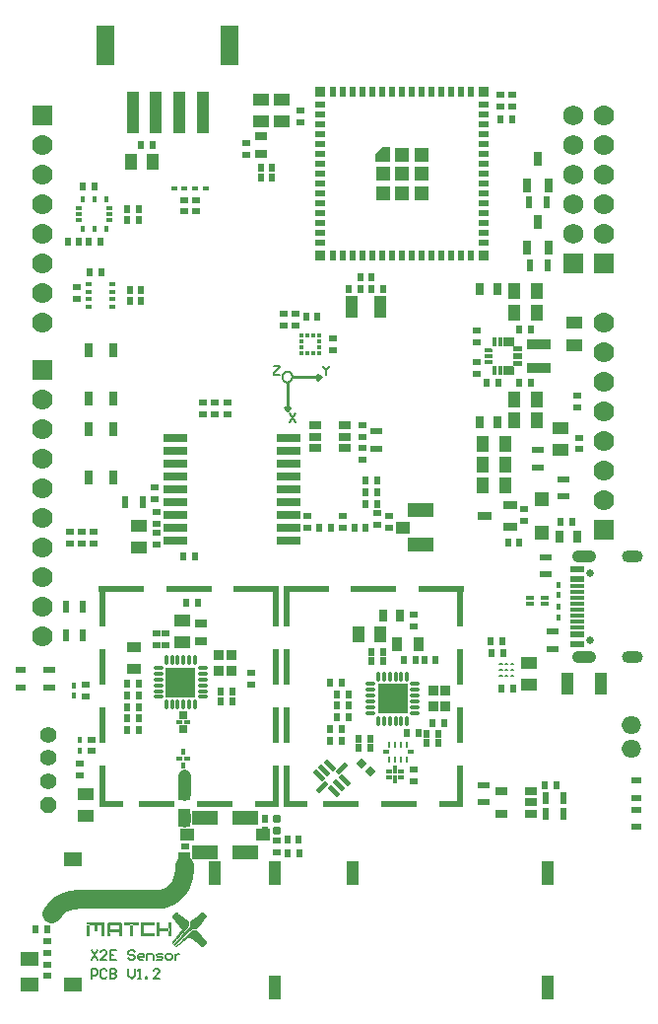
<source format=gts>
G04*
G04 #@! TF.GenerationSoftware,Altium Limited,Altium Designer,21.9.2 (33)*
G04*
G04 Layer_Color=8388736*
%FSLAX44Y44*%
%MOMM*%
G71*
G04*
G04 #@! TF.SameCoordinates,F34E0D86-D0E1-4829-B029-CFD15EEBA813*
G04*
G04*
G04 #@! TF.FilePolarity,Negative*
G04*
G01*
G75*
%ADD10C,0.2000*%
%ADD18C,0.2560*%
%ADD19C,0.2032*%
%ADD28R,1.1500X0.3000*%
%ADD29R,1.1500X0.6000*%
%ADD63R,0.2500X0.5000*%
%ADD64R,0.6000X0.3000*%
%ADD79C,0.1725*%
%ADD80C,1.6000*%
%ADD81C,0.1270*%
%ADD82C,1.1000*%
%ADD83R,1.1000X0.6250*%
%ADD84R,0.7016X0.6016*%
%ADD85R,0.6016X1.0016*%
%ADD86R,0.3516X0.6016*%
%ADD87R,0.6016X0.3516*%
%ADD88R,1.1016X1.9016*%
%ADD89R,1.1016X2.0516*%
%ADD90R,1.6016X1.3016*%
%ADD91R,0.7516X1.1516*%
%ADD92R,1.1016X0.7016*%
%ADD93R,1.2516X0.7016*%
%ADD94R,0.5016X0.4016*%
%ADD95R,1.3016X1.3016*%
%ADD96R,1.3016X1.3016*%
%ADD97R,2.1016X0.8016*%
%ADD98R,2.1000X0.6000*%
%ADD99R,3.1000X0.6000*%
%ADD100R,3.9000X0.6000*%
%ADD101R,0.6000X3.1000*%
%ADD102R,1.4016X1.0016*%
%ADD103R,1.0016X0.6016*%
%ADD104R,0.6016X0.7016*%
%ADD105O,0.9016X0.3516*%
%ADD106O,0.3516X0.9016*%
%ADD107R,2.5000X2.5000*%
%ADD108R,0.5016X0.3016*%
%ADD109R,0.3016X0.7016*%
%ADD110R,0.8500X0.9500*%
G04:AMPARAMS|DCode=111|XSize=0.45mm|YSize=1.1mm|CornerRadius=0mm|HoleSize=0mm|Usage=FLASHONLY|Rotation=225.000|XOffset=0mm|YOffset=0mm|HoleType=Round|Shape=Rectangle|*
%AMROTATEDRECTD111*
4,1,4,-0.2298,0.5480,0.5480,-0.2298,0.2298,-0.5480,-0.5480,0.2298,-0.2298,0.5480,0.0*
%
%ADD111ROTATEDRECTD111*%

G04:AMPARAMS|DCode=112|XSize=0.45mm|YSize=1.1mm|CornerRadius=0mm|HoleSize=0mm|Usage=FLASHONLY|Rotation=315.000|XOffset=0mm|YOffset=0mm|HoleType=Round|Shape=Rectangle|*
%AMROTATEDRECTD112*
4,1,4,-0.5480,-0.2298,0.2298,0.5480,0.5480,0.2298,-0.2298,-0.5480,-0.5480,-0.2298,0.0*
%
%ADD112ROTATEDRECTD112*%

%ADD113R,0.6016X0.4516*%
%ADD114R,0.3766X0.3516*%
%ADD115R,0.3516X0.3766*%
%ADD116R,0.9016X0.6016*%
%ADD117R,2.1016X0.9016*%
%ADD118R,0.9016X1.3016*%
%ADD119R,0.7016X1.0016*%
%ADD120R,0.4000X0.5500*%
%ADD121R,0.5500X0.4000*%
%ADD122R,0.6500X0.6500*%
%ADD123R,0.6000X0.4000*%
%ADD124R,1.1016X3.6016*%
%ADD125R,1.6016X3.5016*%
%ADD126R,0.6016X0.6016*%
%ADD127R,0.9016X0.9016*%
%ADD128R,0.9016X0.5016*%
%ADD129R,0.5016X0.9016*%
%ADD130R,0.8016X0.4016*%
%ADD131R,2.3016X1.1516*%
%ADD132R,1.1516X1.1016*%
%ADD133R,1.0016X1.4016*%
%ADD134R,0.4016X0.5016*%
%ADD135R,1.0016X0.7016*%
%ADD136R,0.7016X1.2516*%
%ADD137R,1.3016X0.9016*%
G04:AMPARAMS|DCode=138|XSize=0.6016mm|YSize=0.7016mm|CornerRadius=0mm|HoleSize=0mm|Usage=FLASHONLY|Rotation=135.000|XOffset=0mm|YOffset=0mm|HoleType=Round|Shape=Rectangle|*
%AMROTATEDRECTD138*
4,1,4,0.4608,0.0354,-0.0354,-0.4608,-0.4608,-0.0354,0.0354,0.4608,0.4608,0.0354,0.0*
%
%ADD138ROTATEDRECTD138*%

%ADD139C,1.7516*%
%ADD140R,1.7516X1.7516*%
G04:AMPARAMS|DCode=141|XSize=2.1mm|YSize=1mm|CornerRadius=0.5mm|HoleSize=0mm|Usage=FLASHONLY|Rotation=180.000|XOffset=0mm|YOffset=0mm|HoleType=Round|Shape=RoundedRectangle|*
%AMROUNDEDRECTD141*
21,1,2.1000,0.0000,0,0,180.0*
21,1,1.1000,1.0000,0,0,180.0*
1,1,1.0000,-0.5500,0.0000*
1,1,1.0000,0.5500,0.0000*
1,1,1.0000,0.5500,0.0000*
1,1,1.0000,-0.5500,0.0000*
%
%ADD141ROUNDEDRECTD141*%
G04:AMPARAMS|DCode=142|XSize=1.8mm|YSize=1mm|CornerRadius=0.5mm|HoleSize=0mm|Usage=FLASHONLY|Rotation=180.000|XOffset=0mm|YOffset=0mm|HoleType=Round|Shape=RoundedRectangle|*
%AMROUNDEDRECTD142*
21,1,1.8000,0.0000,0,0,180.0*
21,1,0.8000,1.0000,0,0,180.0*
1,1,1.0000,-0.4000,0.0000*
1,1,1.0000,0.4000,0.0000*
1,1,1.0000,0.4000,0.0000*
1,1,1.0000,-0.4000,0.0000*
%
%ADD142ROUNDEDRECTD142*%
%ADD143C,0.6500*%
%ADD144P,1.5171X8X292.5*%
%ADD145C,1.4016*%
%ADD146O,1.7016X1.5016*%
%ADD147C,1.7780*%
%ADD148R,1.7780X1.7780*%
G36*
X57100Y333501D02*
X57195Y333472D01*
X57284Y333424D01*
X57361Y333361D01*
X57424Y333284D01*
X57472Y333195D01*
X57501Y333100D01*
X57510Y333000D01*
Y321000D01*
X57501Y320900D01*
X57472Y320805D01*
X57424Y320716D01*
X57361Y320639D01*
X57284Y320576D01*
X57195Y320528D01*
X57100Y320499D01*
X57000Y320490D01*
X45000D01*
X44900Y320499D01*
X44805Y320528D01*
X44716Y320576D01*
X44639Y320639D01*
X44576Y320716D01*
X44528Y320805D01*
X44499Y320900D01*
X44489Y321000D01*
X44489Y327000D01*
X44499Y327099D01*
X44528Y327195D01*
X44576Y327283D01*
X44639Y327361D01*
X50639Y333361D01*
X50639Y333361D01*
X50682Y333396D01*
X50716Y333424D01*
X50805Y333472D01*
X50900Y333501D01*
X51000Y333511D01*
X57000D01*
X57100Y333501D01*
D02*
G37*
G36*
X164000Y163330D02*
X162990Y162750D01*
X155000D01*
Y170000D01*
X164000D01*
Y163330D01*
D02*
G37*
G36*
X154000Y162750D02*
X150000D01*
Y170000D01*
X154000D01*
Y162750D01*
D02*
G37*
G36*
X149000D02*
X145000D01*
Y170000D01*
X149000D01*
Y162750D01*
D02*
G37*
G36*
X170500Y158250D02*
X163250D01*
Y162170D01*
X164260Y162750D01*
X170500D01*
Y158250D01*
D02*
G37*
G36*
X145750Y159650D02*
Y157000D01*
X138500D01*
Y161000D01*
X144400D01*
X145750Y159650D01*
D02*
G37*
G36*
Y152000D02*
X138500D01*
Y156000D01*
X145750D01*
Y152000D01*
D02*
G37*
G36*
X170500Y151750D02*
X163250D01*
Y156250D01*
X170500D01*
Y151750D01*
D02*
G37*
G36*
X145750Y147000D02*
X138500D01*
Y151000D01*
X145750D01*
Y147000D01*
D02*
G37*
G36*
X170500Y145250D02*
X164260D01*
X163250Y145830D01*
Y149750D01*
X170500D01*
Y145250D01*
D02*
G37*
G36*
X164000Y144670D02*
Y138000D01*
X155000D01*
Y145250D01*
X162990D01*
X164000Y144670D01*
D02*
G37*
G36*
X154000Y138000D02*
X150000D01*
Y145250D01*
X154000D01*
Y138000D01*
D02*
G37*
G36*
X149000D02*
X145000D01*
Y145250D01*
X149000D01*
Y138000D01*
D02*
G37*
G36*
X-145288Y-332099D02*
X-145149Y-332238D01*
X-145094Y-332322D01*
X-145038Y-332405D01*
Y-332460D01*
Y-332488D01*
Y-332571D01*
X-145010Y-332682D01*
Y-332988D01*
Y-333127D01*
Y-333238D01*
Y-333321D01*
Y-333349D01*
Y-334293D01*
X-145344Y-334598D01*
X-153811D01*
X-154228Y-334210D01*
Y-333182D01*
Y-332877D01*
Y-332627D01*
Y-332488D01*
Y-332433D01*
X-154200Y-332238D01*
Y-332155D01*
Y-332099D01*
X-152340D01*
X-151812Y-332072D01*
X-149730D01*
X-145288Y-332099D01*
D02*
G37*
G36*
X-159891D02*
X-159169D01*
X-158891Y-332127D01*
X-158697Y-332155D01*
X-158531Y-332183D01*
X-158420Y-332238D01*
X-158336Y-332266D01*
X-158308Y-332322D01*
X-158281Y-332349D01*
Y-332405D01*
X-158253Y-332516D01*
Y-332627D01*
Y-332655D01*
Y-332682D01*
X-158225Y-332932D01*
Y-333154D01*
Y-333321D01*
Y-333349D01*
Y-333377D01*
Y-333599D01*
Y-333793D01*
X-158253Y-333932D01*
Y-334043D01*
Y-334126D01*
X-158281Y-334182D01*
Y-334210D01*
X-158336Y-334376D01*
X-158364Y-334404D01*
X-158392Y-334432D01*
X-158558Y-334598D01*
X-163250D01*
X-163722Y-334071D01*
X-165832D01*
X-166332Y-334598D01*
X-169802D01*
X-170052Y-334570D01*
X-170663D01*
X-170802Y-334543D01*
X-170968D01*
X-171051Y-334515D01*
X-171162Y-334404D01*
X-171246Y-334293D01*
X-171301Y-334210D01*
Y-334182D01*
Y-334071D01*
X-171329Y-333932D01*
Y-333654D01*
Y-333515D01*
Y-333404D01*
Y-333321D01*
Y-333293D01*
Y-332405D01*
X-171162Y-332238D01*
X-170940Y-332072D01*
X-160169D01*
X-159891Y-332099D01*
D02*
G37*
G36*
X-130852D02*
X-130768D01*
X-130657Y-332127D01*
X-130574Y-332155D01*
X-130519Y-332211D01*
X-130491Y-332238D01*
X-130269Y-332377D01*
Y-343815D01*
X-130463Y-343982D01*
X-130546Y-344037D01*
X-130630Y-344093D01*
X-130685Y-344121D01*
X-132490D01*
X-132823Y-343760D01*
Y-339706D01*
X-132323Y-339207D01*
Y-337041D01*
X-132823Y-336541D01*
Y-334459D01*
X-132795Y-332349D01*
X-132628Y-332211D01*
X-132517Y-332155D01*
X-132434Y-332099D01*
X-132268D01*
X-132156Y-332072D01*
X-130907D01*
X-130852Y-332099D01*
D02*
G37*
G36*
X-140846Y-332405D02*
Y-336847D01*
X-133267D01*
X-132823Y-337208D01*
Y-338957D01*
X-133239Y-339346D01*
X-140846D01*
Y-341511D01*
Y-341816D01*
Y-342094D01*
Y-342344D01*
Y-342566D01*
Y-342927D01*
Y-343204D01*
X-140874Y-343399D01*
Y-343538D01*
Y-343593D01*
Y-343621D01*
X-140902Y-343760D01*
X-140929Y-343871D01*
X-140985Y-344010D01*
X-141068Y-344065D01*
X-141096Y-344093D01*
X-141318D01*
X-141429Y-344121D01*
X-142956D01*
X-143039Y-344093D01*
X-143123Y-344037D01*
X-143178Y-344010D01*
X-143206Y-343982D01*
X-143372Y-343815D01*
Y-332405D01*
X-143178Y-332238D01*
X-143012Y-332072D01*
X-141207D01*
X-140846Y-332405D01*
D02*
G37*
G36*
X-154755Y-334432D02*
X-154172Y-335015D01*
Y-341566D01*
X-145288Y-341622D01*
X-145149Y-341761D01*
X-145094Y-341844D01*
X-145038Y-341927D01*
Y-342011D01*
Y-342038D01*
Y-342122D01*
X-145010Y-342233D01*
Y-342510D01*
Y-342621D01*
Y-342733D01*
Y-342816D01*
Y-342844D01*
Y-343066D01*
Y-343260D01*
Y-343427D01*
Y-343538D01*
X-145038Y-343621D01*
Y-343676D01*
Y-343704D01*
X-145066Y-343787D01*
X-145094Y-343871D01*
X-145121Y-343926D01*
X-145149Y-343954D01*
X-145288Y-344121D01*
X-154033D01*
X-154339Y-344093D01*
X-155171D01*
X-155393Y-344065D01*
X-155588Y-344010D01*
X-155754Y-343926D01*
X-155921Y-343871D01*
X-156032Y-343787D01*
X-156115Y-343732D01*
X-156143Y-343704D01*
X-156171Y-343676D01*
X-156310Y-343538D01*
X-156365Y-343482D01*
X-156393Y-343454D01*
X-156504Y-343288D01*
X-156532Y-343232D01*
Y-343204D01*
X-156587Y-343093D01*
X-156615Y-342955D01*
X-156671Y-342649D01*
Y-342483D01*
X-156698Y-342372D01*
Y-342288D01*
Y-342261D01*
Y-342094D01*
Y-341844D01*
Y-341566D01*
Y-341233D01*
Y-340872D01*
Y-340512D01*
Y-339706D01*
Y-339318D01*
Y-338957D01*
Y-338624D01*
Y-338318D01*
Y-338068D01*
Y-337874D01*
Y-337763D01*
Y-337707D01*
Y-336958D01*
Y-336319D01*
Y-335736D01*
Y-335209D01*
Y-334765D01*
Y-334376D01*
Y-334043D01*
Y-333765D01*
Y-333543D01*
Y-333349D01*
X-156671Y-333210D01*
Y-333099D01*
Y-333016D01*
Y-332960D01*
Y-332932D01*
X-156643Y-332710D01*
X-156615Y-332516D01*
X-156559Y-332405D01*
X-156504Y-332294D01*
X-156476Y-332211D01*
X-156421Y-332183D01*
X-156393Y-332155D01*
X-156310Y-332127D01*
X-156199Y-332099D01*
X-156088D01*
X-155893Y-332072D01*
X-154755D01*
Y-334432D01*
D02*
G37*
G36*
X-163500Y-335015D02*
Y-343815D01*
X-163667Y-343982D01*
X-163750Y-344037D01*
X-163833Y-344093D01*
X-163889Y-344121D01*
X-165721D01*
X-166054Y-343760D01*
Y-335070D01*
X-165860Y-334876D01*
X-165638Y-334681D01*
X-163861D01*
X-163500Y-335015D01*
D02*
G37*
G36*
X-175882Y-332099D02*
X-174799D01*
X-174633Y-332127D01*
X-174355D01*
X-174105Y-332155D01*
X-173883Y-332183D01*
X-173717Y-332238D01*
X-173550Y-332294D01*
X-173439Y-332349D01*
X-173356Y-332405D01*
X-173328Y-332433D01*
X-173300Y-332460D01*
X-173134Y-332655D01*
X-173078Y-332710D01*
X-173050Y-332738D01*
X-172967Y-332821D01*
X-172939Y-332905D01*
X-172911Y-332932D01*
Y-332960D01*
X-172773Y-333238D01*
X-172745Y-338540D01*
Y-343815D01*
X-172884Y-343982D01*
X-172967Y-344037D01*
X-173050Y-344093D01*
X-173134Y-344121D01*
X-174327D01*
X-174577Y-344093D01*
X-174771Y-344065D01*
X-174910Y-344037D01*
X-175021Y-344010D01*
X-175077Y-343982D01*
X-175105Y-343954D01*
X-175132Y-343899D01*
Y-343843D01*
X-175160Y-343621D01*
X-175188Y-343343D01*
X-175216Y-343038D01*
Y-342760D01*
X-175243Y-342510D01*
Y-342316D01*
Y-342288D01*
Y-342261D01*
X-175271Y-340650D01*
X-182822D01*
X-183267Y-340234D01*
Y-338513D01*
X-182850Y-338096D01*
X-175243D01*
Y-334598D01*
X-183267D01*
Y-337735D01*
X-183766Y-338235D01*
Y-340400D01*
X-183267Y-340900D01*
Y-343760D01*
X-183600Y-344121D01*
X-185377D01*
X-185488Y-344093D01*
X-185571Y-344037D01*
X-185627Y-344010D01*
X-185654Y-343982D01*
X-185821Y-343815D01*
X-185793Y-338513D01*
X-185765Y-333182D01*
X-185599Y-332849D01*
X-185488Y-332682D01*
X-185349Y-332571D01*
X-185238Y-332488D01*
X-185210Y-332460D01*
X-185016Y-332322D01*
X-184849Y-332238D01*
X-184738Y-332183D01*
X-184683Y-332155D01*
X-184599Y-332127D01*
X-184433D01*
X-184238Y-332099D01*
X-182712D01*
X-182378Y-332072D01*
X-176271D01*
X-175882Y-332099D01*
D02*
G37*
G36*
X-191568D02*
X-190180D01*
X-189985Y-332127D01*
X-189624D01*
X-189319Y-332155D01*
X-189069Y-332183D01*
X-188875Y-332238D01*
X-188708Y-332294D01*
X-188569Y-332349D01*
X-188486Y-332405D01*
X-188431Y-332433D01*
X-188403Y-332460D01*
X-188264Y-332655D01*
X-188236Y-332710D01*
X-188208Y-332738D01*
X-188125Y-332821D01*
X-188070Y-332905D01*
X-188014Y-332932D01*
Y-332960D01*
X-187875Y-333238D01*
X-187847Y-338429D01*
Y-339207D01*
Y-339901D01*
Y-340539D01*
Y-341067D01*
X-187875Y-341317D01*
Y-341511D01*
Y-341705D01*
Y-341844D01*
Y-341955D01*
Y-342038D01*
Y-342094D01*
Y-342122D01*
Y-342399D01*
Y-342649D01*
Y-342844D01*
Y-343038D01*
Y-343316D01*
Y-343510D01*
Y-343649D01*
Y-343732D01*
Y-343760D01*
X-187931Y-343843D01*
X-187959Y-343871D01*
Y-343899D01*
X-187986Y-343982D01*
X-188014Y-344010D01*
X-188097Y-344065D01*
X-188181Y-344093D01*
X-188264Y-344121D01*
X-189957D01*
X-190068Y-344093D01*
X-190152Y-344037D01*
X-190180Y-344010D01*
X-190207Y-343982D01*
X-190402Y-343815D01*
Y-334598D01*
X-194261D01*
Y-338985D01*
X-194566Y-339346D01*
X-196371D01*
X-196481Y-339318D01*
X-196565Y-339262D01*
X-196593Y-339234D01*
X-196620Y-339207D01*
X-196815Y-339068D01*
Y-334598D01*
X-200340D01*
X-200896Y-334015D01*
X-203200D01*
Y-333210D01*
Y-332988D01*
Y-332821D01*
Y-332682D01*
X-203172Y-332599D01*
Y-332516D01*
Y-332460D01*
Y-332433D01*
X-203117Y-332294D01*
X-203033Y-332211D01*
X-202950Y-332183D01*
X-202922Y-332155D01*
Y-332127D01*
X-202839D01*
X-202645Y-332099D01*
X-200174D01*
X-199757Y-332072D01*
X-192095D01*
X-191568Y-332099D01*
D02*
G37*
G36*
X-200674Y-335015D02*
X-200701Y-339401D01*
Y-343815D01*
X-200868Y-343954D01*
X-200951Y-344037D01*
X-201035Y-344093D01*
X-201090Y-344121D01*
X-202756D01*
X-202867Y-344093D01*
X-202950Y-344065D01*
X-203006Y-344010D01*
X-203033D01*
X-203200Y-343871D01*
Y-339207D01*
Y-334543D01*
X-201146D01*
X-200674Y-335015D01*
D02*
G37*
G36*
X-126215Y-323132D02*
X-126188D01*
X-126104Y-323160D01*
X-126049D01*
X-125993Y-323188D01*
X-125966Y-323216D01*
X-125910Y-323243D01*
X-125716Y-323410D01*
X-125466Y-323604D01*
X-125161Y-323826D01*
X-124883Y-324076D01*
X-124633Y-324271D01*
X-124439Y-324409D01*
X-124411Y-324437D01*
X-124383Y-324465D01*
X-123772Y-324937D01*
X-123162Y-325437D01*
X-122523Y-325936D01*
X-121940Y-326381D01*
X-121440Y-326769D01*
X-121246Y-326936D01*
X-121052Y-327102D01*
X-120885Y-327213D01*
X-120774Y-327297D01*
X-120718Y-327352D01*
X-120691Y-327380D01*
X-115555Y-331516D01*
Y-333377D01*
Y-333737D01*
Y-334043D01*
Y-334293D01*
Y-334515D01*
X-115583Y-334681D01*
Y-334792D01*
Y-334848D01*
Y-334876D01*
Y-335042D01*
Y-335153D01*
X-115610Y-335237D01*
Y-335320D01*
X-115638Y-335376D01*
Y-335403D01*
X-115666Y-335431D01*
X-115721Y-335514D01*
X-115832Y-335625D01*
X-115971Y-335764D01*
X-116304Y-336125D01*
X-116693Y-336541D01*
X-117082Y-336958D01*
X-117387Y-337319D01*
X-117526Y-337458D01*
X-117637Y-337569D01*
X-117692Y-337624D01*
X-117720Y-337652D01*
X-118497Y-338485D01*
X-119275Y-339345D01*
X-120024Y-340151D01*
X-120718Y-340928D01*
X-121052Y-341261D01*
X-121329Y-341566D01*
X-121579Y-341844D01*
X-121801Y-342094D01*
X-121968Y-342261D01*
X-122107Y-342427D01*
X-122190Y-342510D01*
X-122218Y-342538D01*
X-123134Y-343510D01*
X-123994Y-344454D01*
X-124772Y-345287D01*
X-125133Y-345675D01*
X-125466Y-346036D01*
X-125771Y-346369D01*
X-126049Y-346647D01*
X-126271Y-346925D01*
X-126465Y-347119D01*
X-126632Y-347313D01*
X-126743Y-347424D01*
X-126826Y-347508D01*
X-126854Y-347535D01*
X-127243Y-347952D01*
X-127576Y-348313D01*
X-127853Y-348618D01*
X-128131Y-348896D01*
X-128353Y-349146D01*
X-128547Y-349368D01*
X-128714Y-349534D01*
X-128853Y-349673D01*
X-129047Y-349895D01*
X-129158Y-350006D01*
X-129214Y-350062D01*
X-129242Y-350089D01*
X-129547Y-350395D01*
X-129713Y-350173D01*
X-129880Y-349978D01*
X-129991Y-349840D01*
X-130047Y-349729D01*
X-130074Y-349701D01*
X-130130Y-349562D01*
X-130158Y-349423D01*
Y-349312D01*
Y-349284D01*
X-130130Y-349201D01*
X-130074Y-349062D01*
X-129880Y-348785D01*
X-129769Y-348646D01*
X-129686Y-348507D01*
X-129630Y-348424D01*
X-129602Y-348396D01*
X-129464Y-348229D01*
X-129297Y-347980D01*
X-129075Y-347702D01*
X-128825Y-347397D01*
X-128547Y-347036D01*
X-128242Y-346647D01*
X-127631Y-345897D01*
X-127326Y-345509D01*
X-127048Y-345148D01*
X-126771Y-344842D01*
X-126549Y-344537D01*
X-126354Y-344287D01*
X-126215Y-344120D01*
X-126104Y-343982D01*
X-126077Y-343954D01*
X-125466Y-343177D01*
X-124911Y-342483D01*
X-124439Y-341872D01*
X-123994Y-341317D01*
X-123661Y-340900D01*
X-123523Y-340706D01*
X-123411Y-340567D01*
X-123300Y-340456D01*
X-123245Y-340373D01*
X-123189Y-340317D01*
Y-340289D01*
X-122967Y-340012D01*
X-122773Y-339762D01*
X-122606Y-339540D01*
X-122440Y-339345D01*
X-122218Y-339068D01*
X-122051Y-338846D01*
X-121940Y-338707D01*
X-121884Y-338624D01*
X-121857Y-338596D01*
X-121746Y-338429D01*
X-121690Y-338290D01*
X-121662Y-338179D01*
Y-338152D01*
Y-338013D01*
X-121718Y-337874D01*
X-121746Y-337763D01*
X-121774Y-337735D01*
X-121801Y-337707D01*
X-121829Y-337652D01*
X-121996Y-337430D01*
X-122190Y-337180D01*
X-122412Y-336875D01*
X-122662Y-336597D01*
X-122856Y-336347D01*
X-122995Y-336153D01*
X-123023Y-336125D01*
X-123050Y-336097D01*
X-123523Y-335486D01*
X-124022Y-334876D01*
X-124494Y-334265D01*
X-124938Y-333682D01*
X-125355Y-333182D01*
X-125521Y-332960D01*
X-125660Y-332794D01*
X-125771Y-332627D01*
X-125855Y-332516D01*
X-125910Y-332460D01*
X-125938Y-332433D01*
X-126549Y-331683D01*
X-127104Y-331017D01*
X-127604Y-330406D01*
X-128020Y-329879D01*
X-128381Y-329434D01*
X-128520Y-329268D01*
X-128631Y-329129D01*
X-128742Y-329018D01*
X-128797Y-328907D01*
X-128825Y-328879D01*
X-128853Y-328851D01*
X-129075Y-328574D01*
X-129269Y-328324D01*
X-129408Y-328130D01*
X-129575Y-327935D01*
X-129797Y-327658D01*
X-129936Y-327463D01*
X-130019Y-327352D01*
X-130074Y-327269D01*
X-130102Y-327241D01*
X-130130Y-327213D01*
Y-327158D01*
X-130158Y-327130D01*
Y-327102D01*
Y-326936D01*
Y-326880D01*
Y-326852D01*
X-130130Y-326658D01*
X-130102Y-326603D01*
Y-326575D01*
X-130019Y-326436D01*
X-129908Y-326297D01*
X-129797Y-326186D01*
X-129769Y-326131D01*
X-129602Y-325936D01*
X-129408Y-325714D01*
X-129019Y-325242D01*
X-128825Y-325048D01*
X-128659Y-324881D01*
X-128547Y-324770D01*
X-128520Y-324743D01*
X-128214Y-324437D01*
X-127937Y-324160D01*
X-127687Y-323965D01*
X-127493Y-323771D01*
X-127326Y-323660D01*
X-127215Y-323549D01*
X-127159Y-323521D01*
X-127132Y-323493D01*
X-126937Y-323327D01*
X-126798Y-323243D01*
X-126715Y-323188D01*
X-126687D01*
X-126576Y-323132D01*
X-126493Y-323105D01*
X-126243D01*
X-126215Y-323132D01*
D02*
G37*
G36*
X-103700D02*
X-103645Y-323160D01*
X-103617Y-323188D01*
X-103478Y-323271D01*
X-103312Y-323382D01*
X-103201Y-323465D01*
X-103145Y-323521D01*
X-102618Y-323965D01*
X-102368Y-324187D01*
X-102146Y-324409D01*
X-101924Y-324604D01*
X-101785Y-324743D01*
X-101674Y-324854D01*
X-101646Y-324881D01*
X-101368Y-325159D01*
X-101118Y-325437D01*
X-100924Y-325686D01*
X-100758Y-325881D01*
X-100619Y-326047D01*
X-100535Y-326158D01*
X-100480Y-326242D01*
X-100452Y-326269D01*
X-100341Y-326408D01*
X-100258Y-326519D01*
X-100230Y-326575D01*
Y-326603D01*
X-100202Y-326686D01*
X-100175Y-326797D01*
Y-326880D01*
Y-326908D01*
Y-327241D01*
X-104367Y-332460D01*
X-108559Y-337707D01*
X-111030D01*
X-111418Y-337735D01*
X-111946D01*
X-112112Y-337763D01*
X-112307D01*
X-112501Y-337791D01*
X-112668Y-337818D01*
X-112779Y-337874D01*
X-112806Y-337902D01*
X-112862Y-337930D01*
X-112945Y-338013D01*
X-113167Y-338207D01*
X-113306Y-338318D01*
X-113389Y-338429D01*
X-113473Y-338485D01*
X-113500Y-338513D01*
X-113750Y-338735D01*
X-114028Y-338984D01*
X-114305Y-339234D01*
X-114555Y-339484D01*
X-114805Y-339706D01*
X-115000Y-339873D01*
X-115111Y-339984D01*
X-115166Y-340039D01*
X-115583Y-340400D01*
X-115999Y-340789D01*
X-116415Y-341150D01*
X-116776Y-341511D01*
X-117109Y-341816D01*
X-117387Y-342038D01*
X-117554Y-342205D01*
X-117581Y-342233D01*
X-117609Y-342261D01*
X-118636Y-343232D01*
X-119136Y-343676D01*
X-119580Y-344093D01*
X-119969Y-344454D01*
X-120246Y-344731D01*
X-120358Y-344842D01*
X-120441Y-344926D01*
X-120496Y-344953D01*
X-120524Y-344981D01*
X-128020Y-351922D01*
X-128520Y-351422D01*
X-129019Y-350978D01*
X-128076Y-349978D01*
X-127548Y-349423D01*
X-126993Y-348812D01*
X-126410Y-348202D01*
X-125855Y-347619D01*
X-125355Y-347063D01*
X-125133Y-346841D01*
X-124938Y-346647D01*
X-124799Y-346480D01*
X-124661Y-346369D01*
X-124605Y-346286D01*
X-124577Y-346258D01*
X-123745Y-345370D01*
X-122967Y-344509D01*
X-122218Y-343732D01*
X-121884Y-343371D01*
X-121579Y-343010D01*
X-121301Y-342705D01*
X-121024Y-342427D01*
X-120802Y-342177D01*
X-120608Y-341955D01*
X-120469Y-341788D01*
X-120330Y-341678D01*
X-120274Y-341594D01*
X-120246Y-341566D01*
X-119469Y-340734D01*
X-118775Y-339956D01*
X-118164Y-339290D01*
X-117609Y-338707D01*
X-117387Y-338457D01*
X-117193Y-338235D01*
X-116998Y-338041D01*
X-116860Y-337874D01*
X-116749Y-337735D01*
X-116665Y-337652D01*
X-116610Y-337596D01*
X-116582Y-337569D01*
X-116304Y-337263D01*
X-116054Y-337013D01*
X-115832Y-336764D01*
X-115666Y-336569D01*
X-115499Y-336403D01*
X-115388Y-336264D01*
X-115194Y-336042D01*
X-115055Y-335903D01*
X-115000Y-335820D01*
X-114972Y-335792D01*
X-114888Y-335653D01*
X-114861Y-335486D01*
X-114833Y-335376D01*
Y-335320D01*
Y-335153D01*
X-114805Y-334903D01*
Y-334626D01*
Y-334320D01*
X-114777Y-334043D01*
Y-333793D01*
Y-333626D01*
Y-333599D01*
Y-333571D01*
X-114750Y-331516D01*
X-109475Y-327324D01*
X-108808Y-326797D01*
X-108198Y-326297D01*
X-107670Y-325853D01*
X-107198Y-325492D01*
X-106754Y-325159D01*
X-106393Y-324854D01*
X-106088Y-324604D01*
X-105810Y-324382D01*
X-105588Y-324215D01*
X-105394Y-324049D01*
X-105255Y-323937D01*
X-105116Y-323854D01*
X-105033Y-323799D01*
X-104977Y-323743D01*
X-104950Y-323715D01*
X-104672Y-323521D01*
X-104450Y-323354D01*
X-104283Y-323243D01*
X-104172Y-323188D01*
X-104061Y-323132D01*
X-104006Y-323105D01*
X-103839D01*
X-103700Y-323132D01*
D02*
G37*
G36*
X-100175Y-348979D02*
Y-349312D01*
X-100202Y-349479D01*
X-100230Y-349618D01*
X-100258Y-349729D01*
X-100286Y-349756D01*
X-100341Y-349840D01*
X-100424Y-349951D01*
X-100619Y-350201D01*
X-100730Y-350339D01*
X-100813Y-350423D01*
X-100869Y-350506D01*
X-100896Y-350534D01*
X-101257Y-350950D01*
X-101618Y-351311D01*
X-101785Y-351478D01*
X-101896Y-351589D01*
X-101979Y-351672D01*
X-102007Y-351700D01*
X-102451Y-352116D01*
X-102645Y-352283D01*
X-102812Y-352421D01*
X-102951Y-352533D01*
X-103062Y-352616D01*
X-103117Y-352644D01*
X-103145Y-352671D01*
X-103367Y-352838D01*
X-103506Y-352949D01*
X-103589Y-352977D01*
X-103617Y-353004D01*
X-103728Y-353032D01*
X-103811Y-353060D01*
X-104283D01*
X-109475Y-348923D01*
X-110252Y-348313D01*
X-110974Y-347730D01*
X-111613Y-347230D01*
X-112140Y-346786D01*
X-112390Y-346591D01*
X-112612Y-346425D01*
X-112779Y-346286D01*
X-112945Y-346175D01*
X-113056Y-346092D01*
X-113139Y-346008D01*
X-113195Y-345953D01*
X-113223D01*
X-113500Y-345731D01*
X-113750Y-345536D01*
X-113972Y-345370D01*
X-114167Y-345203D01*
X-114444Y-344981D01*
X-114666Y-344815D01*
X-114805Y-344731D01*
X-114861Y-344676D01*
X-114916Y-344648D01*
X-115055Y-344620D01*
X-115305D01*
X-115360Y-344676D01*
X-115555Y-344787D01*
X-115805Y-344953D01*
X-116054Y-345148D01*
X-116332Y-345370D01*
X-116554Y-345536D01*
X-116721Y-345648D01*
X-116749Y-345703D01*
X-116776D01*
X-117054Y-345925D01*
X-117331Y-346147D01*
X-117970Y-346647D01*
X-118636Y-347174D01*
X-119275Y-347674D01*
X-119858Y-348146D01*
X-120108Y-348340D01*
X-120330Y-348507D01*
X-120496Y-348674D01*
X-120635Y-348785D01*
X-120718Y-348840D01*
X-120746Y-348868D01*
X-126021Y-353060D01*
X-126493D01*
X-126604Y-353032D01*
X-126660Y-353004D01*
X-126687D01*
X-126798Y-352949D01*
X-126882Y-352893D01*
X-126993Y-352838D01*
X-127021Y-352810D01*
X-127187Y-352644D01*
X-127243Y-352616D01*
X-127270Y-352588D01*
X-127326Y-352533D01*
X-127381Y-352505D01*
X-127409Y-352477D01*
X-127381Y-352449D01*
X-127298Y-352394D01*
X-127187Y-352283D01*
X-127048Y-352144D01*
X-126687Y-351811D01*
X-126243Y-351394D01*
X-125827Y-351006D01*
X-125466Y-350672D01*
X-125327Y-350534D01*
X-125216Y-350423D01*
X-125133Y-350367D01*
X-125105Y-350339D01*
X-124216Y-349506D01*
X-123328Y-348674D01*
X-122495Y-347896D01*
X-121690Y-347147D01*
X-121357Y-346814D01*
X-121024Y-346536D01*
X-120746Y-346258D01*
X-120496Y-346036D01*
X-120302Y-345842D01*
X-120135Y-345703D01*
X-120052Y-345620D01*
X-120024Y-345592D01*
X-118997Y-344648D01*
X-118053Y-343732D01*
X-117165Y-342927D01*
X-116776Y-342566D01*
X-116415Y-342233D01*
X-116082Y-341927D01*
X-115777Y-341650D01*
X-115527Y-341400D01*
X-115305Y-341205D01*
X-115111Y-341039D01*
X-115000Y-340928D01*
X-114916Y-340845D01*
X-114888Y-340817D01*
X-114472Y-340428D01*
X-114083Y-340095D01*
X-113778Y-339817D01*
X-113500Y-339567D01*
X-113251Y-339345D01*
X-113056Y-339151D01*
X-112890Y-339012D01*
X-112751Y-338901D01*
X-112640Y-338790D01*
X-112556Y-338735D01*
X-112473Y-338624D01*
X-112418Y-338596D01*
X-112307Y-338540D01*
X-112140Y-338513D01*
X-111779D01*
X-111557Y-338485D01*
X-108586D01*
X-100175Y-348979D01*
D02*
G37*
G54D10*
X-199500Y-380000D02*
Y-372003D01*
X-195501D01*
X-194168Y-373335D01*
Y-376001D01*
X-195501Y-377334D01*
X-199500D01*
X-186171Y-373335D02*
X-187504Y-372003D01*
X-190170D01*
X-191503Y-373335D01*
Y-378667D01*
X-190170Y-380000D01*
X-187504D01*
X-186171Y-378667D01*
X-183505Y-372003D02*
Y-380000D01*
X-179506D01*
X-178174Y-378667D01*
Y-377334D01*
X-179506Y-376001D01*
X-183505D01*
X-179506D01*
X-178174Y-374668D01*
Y-373335D01*
X-179506Y-372003D01*
X-183505D01*
X-167510D02*
Y-377334D01*
X-164844Y-380000D01*
X-162179Y-377334D01*
Y-372003D01*
X-159513Y-380000D02*
X-156847D01*
X-158180D01*
Y-372003D01*
X-159513Y-373335D01*
X-152848Y-380000D02*
Y-378667D01*
X-151516D01*
Y-380000D01*
X-152848D01*
X-140852D02*
X-146184D01*
X-140852Y-374668D01*
Y-373335D01*
X-142185Y-372003D01*
X-144851D01*
X-146184Y-373335D01*
X-199500Y-356003D02*
X-194168Y-364000D01*
Y-356003D02*
X-199500Y-364000D01*
X-186171D02*
X-191503D01*
X-186171Y-358668D01*
Y-357336D01*
X-187504Y-356003D01*
X-190170D01*
X-191503Y-357336D01*
X-178174Y-356003D02*
X-183505D01*
Y-364000D01*
X-178174D01*
X-183505Y-360001D02*
X-180839D01*
X-162179Y-357336D02*
X-163512Y-356003D01*
X-166177D01*
X-167510Y-357336D01*
Y-358668D01*
X-166177Y-360001D01*
X-163512D01*
X-162179Y-361334D01*
Y-362667D01*
X-163512Y-364000D01*
X-166177D01*
X-167510Y-362667D01*
X-155514Y-364000D02*
X-158180D01*
X-159513Y-362667D01*
Y-360001D01*
X-158180Y-358668D01*
X-155514D01*
X-154181Y-360001D01*
Y-361334D01*
X-159513D01*
X-151516Y-364000D02*
Y-358668D01*
X-147517D01*
X-146184Y-360001D01*
Y-364000D01*
X-143518D02*
X-139519D01*
X-138187Y-362667D01*
X-139519Y-361334D01*
X-142185D01*
X-143518Y-360001D01*
X-142185Y-358668D01*
X-138187D01*
X-134188Y-364000D02*
X-131522D01*
X-130189Y-362667D01*
Y-360001D01*
X-131522Y-358668D01*
X-134188D01*
X-135521Y-360001D01*
Y-362667D01*
X-134188Y-364000D01*
X-127523Y-358668D02*
Y-364000D01*
Y-361334D01*
X-126190Y-360001D01*
X-124857Y-358668D01*
X-123525D01*
G54D18*
X-25750Y136000D02*
X-2000D01*
X-5000Y138000D02*
X-2000Y136000D01*
X-5000Y134000D02*
Y138000D01*
Y134000D02*
X-2000Y136000D01*
X-30968Y107282D02*
Y131032D01*
X-32968Y110282D02*
X-30968Y107282D01*
X-28968Y110282D01*
X-32968D02*
X-28968D01*
G54D19*
X-26528Y136000D02*
X-27238Y138418D01*
X-29142Y140068D01*
X-31636Y140427D01*
X-33929Y139380D01*
X-35291Y137260D01*
Y134740D01*
X-33929Y132620D01*
X-31636Y131573D01*
X-29142Y131932D01*
X-27238Y133582D01*
X-26528Y136000D01*
X-42936Y145681D02*
X-37858D01*
Y144412D01*
X-42936Y139334D01*
Y138064D01*
X-37858D01*
X-28936Y104682D02*
X-23858Y97064D01*
Y104682D02*
X-28936Y97064D01*
X32Y145649D02*
Y144380D01*
X2571Y141841D01*
X5110Y144380D01*
Y145649D01*
X2571Y141841D02*
Y138032D01*
G54D28*
X218100Y-78500D02*
D03*
Y-73500D02*
D03*
Y-68500D02*
D03*
Y-63500D02*
D03*
Y-58500D02*
D03*
Y-53500D02*
D03*
Y-48500D02*
D03*
Y-43500D02*
D03*
G54D29*
Y-85000D02*
D03*
Y-37000D02*
D03*
Y-93000D02*
D03*
Y-29000D02*
D03*
G54D63*
X71750Y-179250D02*
D03*
X66750D02*
D03*
X61750D02*
D03*
X56750D02*
D03*
Y-192250D02*
D03*
X61750D02*
D03*
X66750D02*
D03*
X71750D02*
D03*
G54D64*
X53500Y-185750D02*
D03*
X75000D02*
D03*
G54D79*
X158403Y-115460D02*
X156678D01*
X158403D01*
Y-120460D02*
X156678D01*
X158403D01*
Y-110460D02*
X156678D01*
X158403D01*
X153403D02*
X151678D01*
X153403D01*
Y-115460D02*
X151678D01*
X153403D01*
Y-120460D02*
X151678D01*
X153403D01*
X163403D02*
X161678D01*
X163403D01*
Y-115460D02*
X161678D01*
X163403D01*
Y-110460D02*
X161678D01*
X163403D01*
G54D80*
X-144400Y-312000D02*
X-141847Y-311866D01*
X-139323Y-311466D01*
X-136854Y-310805D01*
X-134467Y-309889D01*
X-132190Y-308728D01*
X-130046Y-307336D01*
X-128060Y-305728D01*
X-126252Y-303920D01*
X-124643Y-301933D01*
X-123251Y-299790D01*
X-122091Y-297512D01*
X-121175Y-295126D01*
X-120513Y-292657D01*
X-120113Y-290132D01*
X-119979Y-287579D01*
X-212100Y-312000D02*
X-214755Y-312139D01*
X-217381Y-312555D01*
X-219949Y-313243D01*
X-222431Y-314196D01*
X-224800Y-315403D01*
X-227030Y-316851D01*
X-229096Y-318524D01*
X-230976Y-320404D01*
X-232649Y-322470D01*
X-234097Y-324700D01*
X-212100Y-312000D02*
X-144400D01*
X-119979Y-287579D02*
Y-283250D01*
G54D81*
X-30405Y136000D02*
D03*
X159500Y166375D02*
D03*
X152000D02*
D03*
X147000D02*
D03*
X142125Y159000D02*
D03*
Y154000D02*
D03*
Y149000D02*
D03*
X147000Y141625D02*
D03*
X152000D02*
D03*
X166875Y147500D02*
D03*
Y154000D02*
D03*
Y160500D02*
D03*
X159500Y141625D02*
D03*
G54D82*
X-120000Y-245000D02*
Y-240000D01*
Y-222000D02*
Y-206000D01*
G54D83*
X-120000Y-274625D02*
D03*
Y-247375D02*
D03*
Y-236875D02*
D03*
Y-224375D02*
D03*
G54D84*
X-143761Y10015D02*
D03*
Y20015D02*
D03*
X56500Y7000D02*
D03*
Y17000D02*
D03*
X46500Y9523D02*
D03*
Y19523D02*
D03*
X-211750Y203250D02*
D03*
Y213250D02*
D03*
X-145428Y31021D02*
D03*
Y41021D02*
D03*
X-13500Y17000D02*
D03*
Y7000D02*
D03*
X218500Y120000D02*
D03*
Y110000D02*
D03*
X219500Y84000D02*
D03*
Y74000D02*
D03*
X8000Y169000D02*
D03*
Y159000D02*
D03*
X-19500Y365000D02*
D03*
Y355000D02*
D03*
X-66000Y327000D02*
D03*
Y337000D02*
D03*
X152500Y378000D02*
D03*
Y368000D02*
D03*
X16500Y7000D02*
D03*
Y17000D02*
D03*
X-143638Y2049D02*
D03*
Y-7951D02*
D03*
X-204500Y-138000D02*
D03*
Y-128000D02*
D03*
X-199500Y-185000D02*
D03*
Y-175000D02*
D03*
X33500Y95000D02*
D03*
Y85000D02*
D03*
Y65000D02*
D03*
Y75000D02*
D03*
X162500Y378000D02*
D03*
Y368000D02*
D03*
X-207500Y3000D02*
D03*
Y-7000D02*
D03*
X-197500Y3000D02*
D03*
Y-7000D02*
D03*
X-217500Y3000D02*
D03*
Y-7000D02*
D03*
X-93500Y114000D02*
D03*
Y104000D02*
D03*
X-103500Y114000D02*
D03*
Y104000D02*
D03*
X-82000Y114000D02*
D03*
Y104000D02*
D03*
X-61687Y-117507D02*
D03*
Y-127507D02*
D03*
X-135562Y-94251D02*
D03*
Y-84251D02*
D03*
X-143562Y-84251D02*
D03*
Y-94251D02*
D03*
X-40000Y-272000D02*
D03*
Y-262000D02*
D03*
X-119000Y-257000D02*
D03*
Y-267000D02*
D03*
X77500Y-68000D02*
D03*
Y-78000D02*
D03*
X77500Y-211000D02*
D03*
Y-201000D02*
D03*
X-237500Y-368000D02*
D03*
Y-378000D02*
D03*
Y-348000D02*
D03*
Y-358000D02*
D03*
X-40000Y-243000D02*
D03*
Y-253000D02*
D03*
X-24000Y190000D02*
D03*
Y180000D02*
D03*
X-34000Y190000D02*
D03*
Y180000D02*
D03*
X-209500Y-206000D02*
D03*
Y-196000D02*
D03*
X-109770Y288054D02*
D03*
Y278054D02*
D03*
X-119770Y288054D02*
D03*
Y278054D02*
D03*
X131500Y149000D02*
D03*
Y139000D02*
D03*
Y176000D02*
D03*
Y166000D02*
D03*
X172500Y13000D02*
D03*
Y23000D02*
D03*
G54D85*
X-170500Y29000D02*
D03*
X-155500D02*
D03*
X177000Y286000D02*
D03*
X192000D02*
D03*
X177400Y231600D02*
D03*
X192400D02*
D03*
X191000Y-238500D02*
D03*
X206000D02*
D03*
X191000Y-225500D02*
D03*
X206000D02*
D03*
X-221500Y-86000D02*
D03*
X-206500D02*
D03*
X-221500Y-61000D02*
D03*
X-206500D02*
D03*
G54D86*
X-206964Y263000D02*
D03*
X-186964D02*
D03*
Y289000D02*
D03*
X-206964D02*
D03*
X-196964Y263000D02*
D03*
Y289000D02*
D03*
G54D87*
X-209964Y271000D02*
D03*
Y281000D02*
D03*
X-183964Y271000D02*
D03*
Y281000D02*
D03*
Y276000D02*
D03*
X-209964D02*
D03*
G54D88*
X49000Y196000D02*
D03*
X24000D02*
D03*
X209500Y-127000D02*
D03*
X238500D02*
D03*
G54D89*
X-93000Y-290000D02*
D03*
X-42000D02*
D03*
Y-388000D02*
D03*
X193000D02*
D03*
Y-290000D02*
D03*
X25000D02*
D03*
G54D90*
X-252500Y-385000D02*
D03*
Y-363000D02*
D03*
X-215200Y-385000D02*
D03*
Y-278000D02*
D03*
G54D91*
X-201750Y50250D02*
D03*
X-180250D02*
D03*
Y91750D02*
D03*
X-201750D02*
D03*
Y117250D02*
D03*
X-180250D02*
D03*
Y158750D02*
D03*
X-201750D02*
D03*
G54D92*
X-6995Y94503D02*
D03*
Y85003D02*
D03*
Y75503D02*
D03*
X18005Y94503D02*
D03*
Y85003D02*
D03*
Y75503D02*
D03*
X178000Y-238500D02*
D03*
Y-229000D02*
D03*
Y-219500D02*
D03*
X153000Y-238500D02*
D03*
Y-219500D02*
D03*
G54D93*
X138250Y17000D02*
D03*
X160750Y26500D02*
D03*
Y7500D02*
D03*
G54D94*
X-110294Y298080D02*
D03*
X-101294D02*
D03*
X-119270Y298054D02*
D03*
X-128271D02*
D03*
G54D95*
X187500Y2700D02*
D03*
X51000Y310500D02*
D03*
X84000D02*
D03*
X67500D02*
D03*
G54D96*
X187500Y31300D02*
D03*
X84000Y327000D02*
D03*
X67500D02*
D03*
X51000Y294000D02*
D03*
X84000D02*
D03*
X67500D02*
D03*
G54D97*
X-127000Y-4000D02*
D03*
Y7000D02*
D03*
Y18000D02*
D03*
Y29000D02*
D03*
Y40000D02*
D03*
Y51000D02*
D03*
Y62000D02*
D03*
Y73000D02*
D03*
Y84000D02*
D03*
X-30000D02*
D03*
Y73000D02*
D03*
Y62000D02*
D03*
Y51000D02*
D03*
Y40000D02*
D03*
Y29000D02*
D03*
Y18000D02*
D03*
Y7000D02*
D03*
Y-4000D02*
D03*
G54D98*
X-24000Y-230500D02*
D03*
X110000D02*
D03*
X-182500D02*
D03*
X-48500D02*
D03*
G54D99*
X65000D02*
D03*
X15000D02*
D03*
X-93500D02*
D03*
X-143500D02*
D03*
G54D100*
X-15000Y-45500D02*
D03*
X43000D02*
D03*
X101000D02*
D03*
X-173500D02*
D03*
X-115500D02*
D03*
X-57500D02*
D03*
G54D101*
X117500Y-63000D02*
D03*
Y-113000D02*
D03*
Y-163000D02*
D03*
Y-213000D02*
D03*
X-31500D02*
D03*
Y-163000D02*
D03*
Y-113000D02*
D03*
Y-63000D02*
D03*
X-41000D02*
D03*
Y-113000D02*
D03*
Y-163000D02*
D03*
Y-213000D02*
D03*
X-190000D02*
D03*
Y-163000D02*
D03*
Y-113000D02*
D03*
Y-63000D02*
D03*
G54D102*
X176540Y-108960D02*
D03*
Y-127960D02*
D03*
X215500Y163500D02*
D03*
Y182500D02*
D03*
X203500Y92500D02*
D03*
Y73500D02*
D03*
X-35500Y374500D02*
D03*
Y355500D02*
D03*
X-53500Y374500D02*
D03*
Y355500D02*
D03*
X-158500Y-10500D02*
D03*
Y8500D02*
D03*
X-121687Y-72501D02*
D03*
Y-91501D02*
D03*
X-204500Y-240500D02*
D03*
Y-221500D02*
D03*
G54D103*
X-236000Y-115500D02*
D03*
Y-130500D02*
D03*
X206500Y48500D02*
D03*
Y33500D02*
D03*
X184500Y73500D02*
D03*
Y58500D02*
D03*
X138000Y-214000D02*
D03*
Y-229000D02*
D03*
X45500Y74500D02*
D03*
Y89500D02*
D03*
X197000Y-97500D02*
D03*
Y-82500D02*
D03*
X191000Y-18500D02*
D03*
Y-33500D02*
D03*
G54D104*
X-40000Y-253000D02*
D03*
X-50000D02*
D03*
X140500Y131000D02*
D03*
X150500D02*
D03*
X-54000Y307000D02*
D03*
X-44000D02*
D03*
X190000Y-214000D02*
D03*
X200000D02*
D03*
X-200750Y226250D02*
D03*
X-190750D02*
D03*
X203500Y12000D02*
D03*
X213500D02*
D03*
X-219967Y252004D02*
D03*
X-209967D02*
D03*
X-206967Y300004D02*
D03*
X-196967D02*
D03*
X31500Y212000D02*
D03*
X21500D02*
D03*
X41500D02*
D03*
X51500D02*
D03*
X-147000Y335000D02*
D03*
X-157000D02*
D03*
X-54000Y316000D02*
D03*
X-44000D02*
D03*
X-156500Y201000D02*
D03*
X-166500D02*
D03*
X152500Y357000D02*
D03*
X162500D02*
D03*
X-156500Y211000D02*
D03*
X-166500D02*
D03*
X-191500Y252000D02*
D03*
X-201500D02*
D03*
X-158500Y271000D02*
D03*
X-168500D02*
D03*
X168500Y-6000D02*
D03*
X158500D02*
D03*
X-158500Y280000D02*
D03*
X-168500D02*
D03*
X41500Y222000D02*
D03*
X31500D02*
D03*
X-3500Y7000D02*
D03*
X6500D02*
D03*
X-110500Y-18000D02*
D03*
X-120500D02*
D03*
X-5000Y188000D02*
D03*
X-15000D02*
D03*
X-168687Y-157001D02*
D03*
X-158687D02*
D03*
X-168687Y-147001D02*
D03*
X-158687D02*
D03*
X-168687Y-137001D02*
D03*
X-158687D02*
D03*
X-158687Y-167001D02*
D03*
X-168687D02*
D03*
X-107687Y-58001D02*
D03*
X-117687D02*
D03*
X-158687Y-127001D02*
D03*
X-168687D02*
D03*
X-88562Y-142251D02*
D03*
X-78562D02*
D03*
X-88562Y-134251D02*
D03*
X-78562D02*
D03*
X-21122Y-261063D02*
D03*
X-31122D02*
D03*
X-21019Y-272623D02*
D03*
X-31019D02*
D03*
X5500Y-126000D02*
D03*
X15500D02*
D03*
X11500Y-146000D02*
D03*
X21500D02*
D03*
X11500Y-156000D02*
D03*
X21500D02*
D03*
X5500Y-166000D02*
D03*
X15500D02*
D03*
X30250Y-174205D02*
D03*
X40250D02*
D03*
X40250Y-182205D02*
D03*
X30250D02*
D03*
X86500Y-107000D02*
D03*
X96500D02*
D03*
X81750Y-169750D02*
D03*
X71750D02*
D03*
X103500Y-161000D02*
D03*
X93500D02*
D03*
X69500Y-107000D02*
D03*
X79500D02*
D03*
X51500Y-108000D02*
D03*
X41500D02*
D03*
X41500Y-100000D02*
D03*
X51500D02*
D03*
X99000Y-170000D02*
D03*
X89000D02*
D03*
X89000Y-178000D02*
D03*
X99000D02*
D03*
X11500Y-136000D02*
D03*
X21500D02*
D03*
X-237500Y-338000D02*
D03*
X-247500D02*
D03*
X46500Y27000D02*
D03*
X36500D02*
D03*
X26500Y7000D02*
D03*
X36500D02*
D03*
X144040Y-90460D02*
D03*
X154040D02*
D03*
X154540Y-100460D02*
D03*
X144540D02*
D03*
X36500Y47000D02*
D03*
X46500D02*
D03*
X163000Y-131000D02*
D03*
X153000D02*
D03*
X168500Y131000D02*
D03*
X178500D02*
D03*
X168500Y177000D02*
D03*
X178500D02*
D03*
X36500Y37000D02*
D03*
X46500D02*
D03*
X5500Y-176000D02*
D03*
X15500D02*
D03*
X-40000Y-243000D02*
D03*
X-50000D02*
D03*
G54D105*
X78750Y-152500D02*
D03*
Y-147500D02*
D03*
Y-142500D02*
D03*
Y-137500D02*
D03*
Y-132500D02*
D03*
Y-127500D02*
D03*
X40250D02*
D03*
Y-132500D02*
D03*
Y-137500D02*
D03*
Y-142500D02*
D03*
Y-147500D02*
D03*
Y-152500D02*
D03*
X-103437Y-138501D02*
D03*
Y-133501D02*
D03*
Y-128501D02*
D03*
Y-123501D02*
D03*
Y-118501D02*
D03*
Y-113501D02*
D03*
X-141937D02*
D03*
Y-118501D02*
D03*
Y-123501D02*
D03*
Y-128501D02*
D03*
Y-133501D02*
D03*
Y-138501D02*
D03*
G54D106*
X72000Y-120750D02*
D03*
X67000D02*
D03*
X62000D02*
D03*
X57000D02*
D03*
X52000D02*
D03*
X47000D02*
D03*
Y-159250D02*
D03*
X52000D02*
D03*
X57000D02*
D03*
X62000D02*
D03*
X67000D02*
D03*
X72000D02*
D03*
X-110187Y-106751D02*
D03*
X-115187D02*
D03*
X-120187D02*
D03*
X-125187D02*
D03*
X-130187D02*
D03*
X-135187D02*
D03*
Y-145251D02*
D03*
X-130187D02*
D03*
X-125187D02*
D03*
X-120187D02*
D03*
X-115187D02*
D03*
X-110187D02*
D03*
G54D107*
X59500Y-140000D02*
D03*
X-122687Y-126001D02*
D03*
G54D108*
X66950Y-207250D02*
D03*
X56550Y-202250D02*
D03*
X66950D02*
D03*
X56550Y-207250D02*
D03*
G54D109*
X61750Y-209150D02*
D03*
Y-200350D02*
D03*
G54D110*
X94250Y-146750D02*
D03*
X104750D02*
D03*
X94250Y-133250D02*
D03*
X104750D02*
D03*
X-89937Y-115751D02*
D03*
X-79437D02*
D03*
X-89937Y-102251D02*
D03*
X-79437D02*
D03*
G54D111*
X9018Y-218960D02*
D03*
X13614Y-214364D02*
D03*
X18210Y-209768D02*
D03*
X5482Y-197040D02*
D03*
X886Y-201636D02*
D03*
X-3710Y-206232D02*
D03*
G54D112*
X15559Y-199692D02*
D03*
X-1059Y-216308D02*
D03*
G54D113*
X-181750Y215750D02*
D03*
Y209250D02*
D03*
X-201750Y215750D02*
D03*
Y209250D02*
D03*
Y202750D02*
D03*
X-181750D02*
D03*
Y196250D02*
D03*
X-201750D02*
D03*
G54D114*
X-19130Y171500D02*
D03*
X-3870D02*
D03*
X-19130Y166500D02*
D03*
X-3870D02*
D03*
X-19130Y161500D02*
D03*
X-3870D02*
D03*
X-19130Y156500D02*
D03*
X-3870D02*
D03*
G54D115*
X-14000Y171500D02*
D03*
X-9000D02*
D03*
X-14000Y156500D02*
D03*
X-9000D02*
D03*
G54D116*
X-260000Y-115500D02*
D03*
Y-130500D02*
D03*
X269004Y-250250D02*
D03*
Y-235250D02*
D03*
Y-225088D02*
D03*
Y-210088D02*
D03*
G54D117*
X185500Y164000D02*
D03*
Y144000D02*
D03*
G54D118*
X81500Y-93000D02*
D03*
X63500D02*
D03*
G54D119*
X134500Y212000D02*
D03*
X149500D02*
D03*
X203000Y-1000D02*
D03*
X218000D02*
D03*
X51000Y-69000D02*
D03*
X66000D02*
D03*
X149502Y96890D02*
D03*
X134502D02*
D03*
G54D120*
X-120250Y-197000D02*
D03*
Y-185500D02*
D03*
G54D121*
X-123500Y-191250D02*
D03*
X-117000D02*
D03*
G54D122*
X-120250Y-166000D02*
D03*
Y-154000D02*
D03*
G54D123*
X-123750Y-160000D02*
D03*
X-116750D02*
D03*
G54D124*
X-104000Y363500D02*
D03*
X-124000D02*
D03*
X-164000D02*
D03*
X-144000D02*
D03*
G54D125*
X-187500Y421000D02*
D03*
X-80500D02*
D03*
G54D126*
X51000Y327000D02*
D03*
G54D127*
X137500Y380500D02*
D03*
X-2500D02*
D03*
Y240500D02*
D03*
X137500D02*
D03*
G54D128*
X-2500Y370000D02*
D03*
Y361500D02*
D03*
Y353000D02*
D03*
Y344500D02*
D03*
Y336000D02*
D03*
Y327500D02*
D03*
Y319000D02*
D03*
Y310500D02*
D03*
Y302000D02*
D03*
Y293500D02*
D03*
Y285000D02*
D03*
Y276500D02*
D03*
Y268000D02*
D03*
Y259500D02*
D03*
Y251000D02*
D03*
X137500D02*
D03*
Y259500D02*
D03*
Y268000D02*
D03*
Y276500D02*
D03*
Y285000D02*
D03*
Y293500D02*
D03*
Y302000D02*
D03*
Y310500D02*
D03*
Y319000D02*
D03*
Y327500D02*
D03*
Y336000D02*
D03*
Y344500D02*
D03*
Y353000D02*
D03*
Y361500D02*
D03*
Y370000D02*
D03*
G54D129*
X8000Y240500D02*
D03*
X127000Y380500D02*
D03*
X16500Y240500D02*
D03*
X25000D02*
D03*
X33500D02*
D03*
X42000D02*
D03*
X50500D02*
D03*
X59000D02*
D03*
X67500D02*
D03*
X76000D02*
D03*
X84500D02*
D03*
X93000D02*
D03*
X101500D02*
D03*
X110000D02*
D03*
X118500D02*
D03*
X127000D02*
D03*
X118500Y380500D02*
D03*
X110000D02*
D03*
X101500D02*
D03*
X93000D02*
D03*
X84500D02*
D03*
X76000D02*
D03*
X67500D02*
D03*
X59000D02*
D03*
X50500D02*
D03*
X42000D02*
D03*
X33500D02*
D03*
X25000D02*
D03*
X16500D02*
D03*
X8000D02*
D03*
G54D130*
X190250Y-58750D02*
D03*
Y-53250D02*
D03*
X177750D02*
D03*
Y-58750D02*
D03*
G54D131*
X-67000Y-242250D02*
D03*
Y-271750D02*
D03*
X83750Y-7750D02*
D03*
Y21750D02*
D03*
X-101628Y-271750D02*
D03*
Y-242250D02*
D03*
G54D132*
X-51750Y-257000D02*
D03*
X68500Y7000D02*
D03*
X-116878Y-257000D02*
D03*
G54D133*
X183250Y209625D02*
D03*
X164250D02*
D03*
X156000Y43000D02*
D03*
X137000D02*
D03*
X156000Y61000D02*
D03*
X137000D02*
D03*
X156000Y79000D02*
D03*
X137000D02*
D03*
X-165500Y321000D02*
D03*
X-146500D02*
D03*
X30000Y-85000D02*
D03*
X49000D02*
D03*
X183250Y98735D02*
D03*
X164250D02*
D03*
Y116735D02*
D03*
X183250D02*
D03*
Y191625D02*
D03*
X164250D02*
D03*
G54D134*
X202000Y-51000D02*
D03*
Y-42000D02*
D03*
Y-61000D02*
D03*
Y-70000D02*
D03*
X-214500Y-137500D02*
D03*
Y-128500D02*
D03*
X-209500Y-184500D02*
D03*
Y-175500D02*
D03*
G54D135*
X-54000Y342500D02*
D03*
Y327500D02*
D03*
X-105687Y-90501D02*
D03*
Y-75501D02*
D03*
G54D136*
X184500Y269250D02*
D03*
X194000Y246750D02*
D03*
X175000D02*
D03*
X184500Y323250D02*
D03*
X194000Y300750D02*
D03*
X175000D02*
D03*
G54D137*
X-162687Y-96001D02*
D03*
Y-114001D02*
D03*
G54D138*
X40036Y-202536D02*
D03*
X32964Y-195464D02*
D03*
G54D139*
X214500Y284800D02*
D03*
Y259400D02*
D03*
Y310200D02*
D03*
Y335600D02*
D03*
Y361000D02*
D03*
G54D140*
Y234000D02*
D03*
G54D141*
X223850Y-104200D02*
D03*
Y-17800D02*
D03*
G54D142*
X265650Y-104200D02*
D03*
Y-17800D02*
D03*
G54D143*
X228850Y-89900D02*
D03*
Y-32100D02*
D03*
G54D144*
X-236500Y-231000D02*
D03*
G54D145*
Y-211000D02*
D03*
Y-191000D02*
D03*
Y-171000D02*
D03*
G54D146*
X265000Y-183000D02*
D03*
Y-163000D02*
D03*
G54D147*
X-241500Y-86040D02*
D03*
Y-60640D02*
D03*
Y-9840D02*
D03*
Y15560D02*
D03*
Y40960D02*
D03*
Y66360D02*
D03*
Y91760D02*
D03*
Y117160D02*
D03*
Y-35240D02*
D03*
Y183200D02*
D03*
Y208600D02*
D03*
Y234000D02*
D03*
Y259400D02*
D03*
Y284800D02*
D03*
Y310200D02*
D03*
Y335600D02*
D03*
X241100Y259400D02*
D03*
Y284800D02*
D03*
Y310200D02*
D03*
Y335600D02*
D03*
Y361000D02*
D03*
Y30800D02*
D03*
Y183200D02*
D03*
Y56200D02*
D03*
Y157800D02*
D03*
Y132400D02*
D03*
Y107000D02*
D03*
Y81600D02*
D03*
G54D148*
X-241500Y142560D02*
D03*
Y361000D02*
D03*
X241100Y234000D02*
D03*
Y5400D02*
D03*
M02*

</source>
